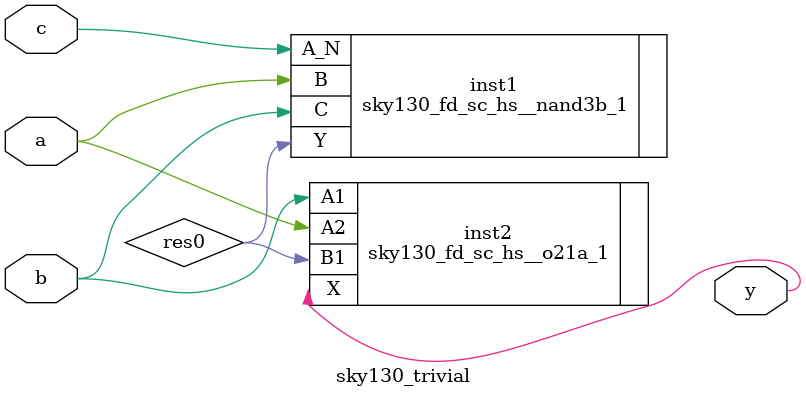
<source format=v>
/* Generated by Yosys 0.9+3582 (git sha1 de7997837, gcc 9.3.0-15 -fPIC -Os) */

module sky130_trivial(y, a, b, c);
  wire res0;
  input a;
  input b;
  input c;
  output y;
  sky130_fd_sc_hs__nand3b_1 inst1 (
    .A_N(c),
    .B(a),
    .C(b),
    .Y(res0)
  );
  sky130_fd_sc_hs__o21a_1 inst2 (
    .A1(b),
    .A2(a),
    .B1(res0),
    .X(y)
  );
endmodule

</source>
